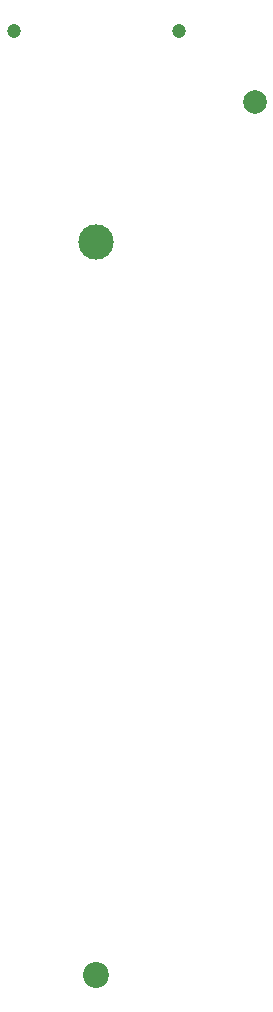
<source format=gbr>
%TF.GenerationSoftware,KiCad,Pcbnew,(5.99.0-12889-g70df3822b5)*%
%TF.CreationDate,2021-11-17T13:45:06-05:00*%
%TF.ProjectId,cover,636f7665-722e-46b6-9963-61645f706362,rev?*%
%TF.SameCoordinates,Original*%
%TF.FileFunction,Soldermask,Top*%
%TF.FilePolarity,Negative*%
%FSLAX46Y46*%
G04 Gerber Fmt 4.6, Leading zero omitted, Abs format (unit mm)*
G04 Created by KiCad (PCBNEW (5.99.0-12889-g70df3822b5)) date 2021-11-17 13:45:06*
%MOMM*%
%LPD*%
G01*
G04 APERTURE LIST*
%ADD10C,1.200000*%
%ADD11C,2.200000*%
%ADD12C,3.000000*%
%ADD13C,2.000000*%
G04 APERTURE END LIST*
D10*
%TO.C,REF\u002A\u002A*%
X154000000Y-47500000D03*
X140000000Y-47500000D03*
D11*
X147000000Y-127396903D03*
D12*
X147000000Y-65322024D03*
D13*
X160400000Y-53500000D03*
%TD*%
M02*

</source>
